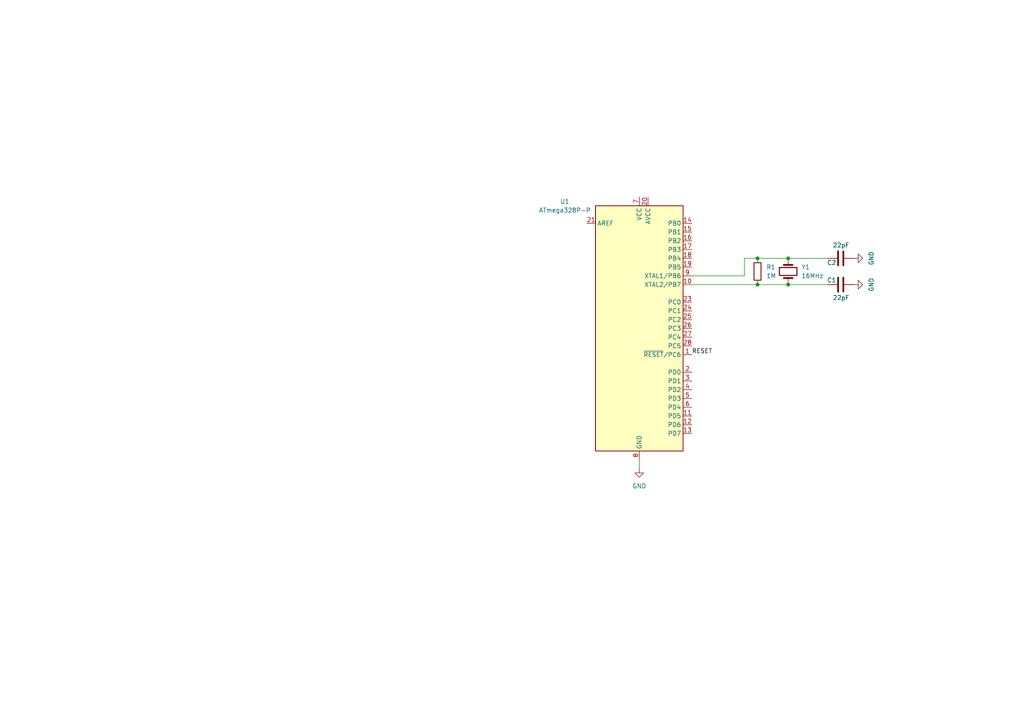
<source format=kicad_sch>
(kicad_sch (version 20231120) (generator "eeschema") (generator_version "8.0")
  (paper "A4")
  (lib_symbols
    (symbol "Device:C" (pin_numbers hide) (pin_names (offset 0.254))
      (property "Reference" "C" (at 0.635 2.54 0))
      (property "Value" "C" (at 0.635 -2.54 0))
      (symbol "C_0_1"
        (polyline (pts (xy -2.032 -0.762) (xy 2.032 -0.762)) (stroke (width 0.508)))
        (polyline (pts (xy -2.032 0.762) (xy 2.032 0.762)) (stroke (width 0.508)))
      )
      (symbol "C_1_1"
        (pin passive line (at 0 3.81 270) (length 2.794) (name "~") (number "1"))
        (pin passive line (at 0 -3.81 90) (length 2.794) (name "~") (number "2"))
      )
    )
    (symbol "Device:Crystal" (pin_numbers hide) (pin_names (offset 1.016) hide)
      (property "Reference" "Y" (at 0 3.81 0))
      (property "Value" "Crystal" (at 0 -3.81 0))
      (symbol "Crystal_0_1"
        (rectangle (start -1.143 2.54) (end 1.143 -2.54) (stroke (width 0.3048)))
        (polyline (pts (xy -2.54 0) (xy -1.905 0)))
        (polyline (pts (xy -1.905 -1.27) (xy -1.905 1.27)) (stroke (width 0.508)))
        (polyline (pts (xy 1.905 -1.27) (xy 1.905 1.27)) (stroke (width 0.508)))
        (polyline (pts (xy 2.54 0) (xy 1.905 0)))
      )
      (symbol "Crystal_1_1"
        (pin passive line (at -3.81 0 0) (length 1.27) (name "1") (number "1"))
        (pin passive line (at 3.81 0 180) (length 1.27) (name "2") (number "2"))
      )
    )
    (symbol "Device:R" (pin_numbers hide) (pin_names (offset 0))
      (property "Reference" "R" (at 2.032 0 90))
      (property "Value" "R" (at 0 0 90))
      (symbol "R_0_1"
        (rectangle (start -1.016 -2.54) (end 1.016 2.54) (stroke (width 0.254)))
      )
      (symbol "R_1_1"
        (pin passive line (at 0 3.81 270) (length 1.27) (name "~") (number "1"))
        (pin passive line (at 0 -3.81 90) (length 1.27) (name "~") (number "2"))
      )
    )
    (symbol "MCU_Microchip_ATmega:ATmega328P-P"
      (property "Reference" "U" (at -12.7 36.83 0))
      (property "Value" "ATmega328P-P" (at 2.54 -36.83 0))
      (symbol "ATmega328P-P_0_1"
        (rectangle (start -12.7 -35.56) (end 12.7 35.56) (stroke (width 0.254)) (fill (type background)))
      )
      (symbol "ATmega328P-P_1_1"
        (pin bidirectional line (at 15.24 -7.62 180) (length 2.54) (name "~{RESET}/PC6") (number "1"))
        (pin bidirectional line (at 15.24 12.7 180) (length 2.54) (name "XTAL2/PB7") (number "10"))
        (pin bidirectional line (at 15.24 -25.4 180) (length 2.54) (name "PD5") (number "11"))
        (pin bidirectional line (at 15.24 -27.94 180) (length 2.54) (name "PD6") (number "12"))
        (pin bidirectional line (at 15.24 -30.48 180) (length 2.54) (name "PD7") (number "13"))
        (pin bidirectional line (at 15.24 30.48 180) (length 2.54) (name "PB0") (number "14"))
        (pin bidirectional line (at 15.24 27.94 180) (length 2.54) (name "PB1") (number "15"))
        (pin bidirectional line (at 15.24 25.4 180) (length 2.54) (name "PB2") (number "16"))
        (pin bidirectional line (at 15.24 22.86 180) (length 2.54) (name "PB3") (number "17"))
        (pin bidirectional line (at 15.24 20.32 180) (length 2.54) (name "PB4") (number "18"))
        (pin bidirectional line (at 15.24 17.78 180) (length 2.54) (name "PB5") (number "19"))
        (pin bidirectional line (at 15.24 -12.7 180) (length 2.54) (name "PD0") (number "2"))
        (pin power_in line (at 2.54 38.1 270) (length 2.54) (name "AVCC") (number "20"))
        (pin passive line (at -15.24 30.48 0) (length 2.54) (name "AREF") (number "21"))
        (pin passive line (at 0 -38.1 90) (length 2.54) hide (name "GND") (number "22"))
        (pin bidirectional line (at 15.24 7.62 180) (length 2.54) (name "PC0") (number "23"))
        (pin bidirectional line (at 15.24 5.08 180) (length 2.54) (name "PC1") (number "24"))
        (pin bidirectional line (at 15.24 2.54 180) (length 2.54) (name "PC2") (number "25"))
        (pin bidirectional line (at 15.24 0 180) (length 2.54) (name "PC3") (number "26"))
        (pin bidirectional line (at 15.24 -2.54 180) (length 2.54) (name "PC4") (number "27"))
        (pin bidirectional line (at 15.24 -5.08 180) (length 2.54) (name "PC5") (number "28"))
        (pin bidirectional line (at 15.24 -15.24 180) (length 2.54) (name "PD1") (number "3"))
        (pin bidirectional line (at 15.24 -17.78 180) (length 2.54) (name "PD2") (number "4"))
        (pin bidirectional line (at 15.24 -20.32 180) (length 2.54) (name "PD3") (number "5"))
        (pin bidirectional line (at 15.24 -22.86 180) (length 2.54) (name "PD4") (number "6"))
        (pin power_in line (at 0 38.1 270) (length 2.54) (name "VCC") (number "7"))
        (pin power_in line (at 0 -38.1 90) (length 2.54) (name "GND") (number "8"))
        (pin bidirectional line (at 15.24 15.24 180) (length 2.54) (name "XTAL1/PB6") (number "9"))
      )
    )
    (symbol "power:GND" (power) (pin_numbers hide) (pin_names (offset 0) hide)
      (property "Value" "GND" (at 0 -3.81 0))
      (symbol "GND_0_1"
        (polyline (pts (xy 0 0) (xy 0 -1.27) (xy 1.27 -1.27) (xy 0 -2.54) (xy -1.27 -1.27) (xy 0 -1.27)))
      )
      (symbol "GND_1_1"
        (pin power_in line (at 0 0 270) (length 0) (name "~") (number "1"))
      )
    )
  )
  (junction (at 228.6 74.93))
  (junction (at 228.6 82.55))
  (junction (at 219.71 82.55))
  (junction (at 219.71 74.93))
  (wire (pts (xy 200.66 80.01) (xy 215.9 80.01)))
  (wire (pts (xy 228.6 82.55) (xy 240.03 82.55)))
  (wire (pts (xy 228.6 74.93) (xy 240.03 74.93)))
  (wire (pts (xy 185.42 133.35) (xy 185.42 135.89)))
  (wire (pts (xy 219.71 74.93) (xy 228.6 74.93)))
  (wire (pts (xy 215.9 80.01) (xy 215.9 74.93)))
  (wire (pts (xy 219.71 82.55) (xy 228.6 82.55)))
  (wire (pts (xy 215.9 74.93) (xy 219.71 74.93)))
  (wire (pts (xy 200.66 82.55) (xy 219.71 82.55)))
  (label "RESET" (at 200.66 102.87 0))
  (symbol (lib_id "Device:C") (at 243.84 74.93 90) (unit 1)
    (property "Reference" "C2" (at 242.57 76.2 90) (effects (justify left)))
    (property "Value" "22pF" (at 246.38 71.12 90) (effects (justify left)))
    (property "Description" "Unpolarized capacitor" (effects (hide yes)))
  )
  (symbol (lib_id "power:GND") (at 247.65 82.55 90) (unit 1)
    (property "Reference" "#PWR02" (effects (hide yes)))
    (property "Value" "GND" (at 252.73 82.55 0))
    (property "Description" "Power symbol creates a global label with name \"GND\" , ground" (effects (hide yes)))
  )
  (symbol (lib_id "power:GND") (at 185.42 135.89 0) (unit 1)
    (property "Reference" "#PWR01" (effects (hide yes)))
    (property "Value" "GND" (at 185.42 140.97 0))
    (property "Description" "Power symbol creates a global label with name \"GND\" , ground" (effects (hide yes)))
  )
  (symbol (lib_id "Device:C") (at 243.84 82.55 90) (unit 1)
    (property "Reference" "C1" (at 242.57 81.28 90) (effects (justify left)))
    (property "Value" "22pF" (at 246.38 86.36 90) (effects (justify left)))
    (property "Description" "Unpolarized capacitor" (effects (hide yes)))
  )
  (symbol (lib_id "power:GND") (at 247.65 74.93 90) (unit 1)
    (property "Reference" "#PWR03" (effects (hide yes)))
    (property "Value" "GND" (at 252.73 74.93 0))
    (property "Description" "Power symbol creates a global label with name \"GND\" , ground" (effects (hide yes)))
  )
  (symbol (lib_id "Device:R") (at 219.71 78.74 0) (unit 1)
    (property "Reference" "R1" (at 222.25 77.4699 0) (effects (justify left)))
    (property "Value" "1M" (at 222.25 80.0099 0) (effects (justify left)))
    (property "Description" "Resistor" (effects (hide yes)))
  )
  (symbol (lib_id "MCU_Microchip_ATmega:ATmega328P-P") (at 185.42 95.25 0) (unit 1)
    (property "Reference" "U1" (at 163.83 58.4514 0))
    (property "Value" "ATmega328P-P" (at 163.83 60.9914 0))
    (property "Footprint" "Package_DIP:DIP-28_W7.62mm" (effects (hide yes)))
    (property "Datasheet" "http://ww1.microchip.com/downloads/en/DeviceDoc/ATmega328_P%20AVR%20MCU%20with%20picoPower%20Technology%20Data%20Sheet%2040001984A.pdf" (effects (hide yes)))
    (property "Description" "20MHz, 32kB Flash, 2kB SRAM, 1kB EEPROM, DIP-28" (effects (hide yes)))
  )
  (symbol (lib_id "Device:Crystal") (at 228.6 78.74 90) (unit 1)
    (property "Reference" "Y1" (at 232.41 77.4699 90) (effects (justify right)))
    (property "Value" "16MHz" (at 232.41 80.0099 90) (effects (justify right)))
    (property "Description" "Two pin crystal" (effects (hide yes)))
  )
)
</source>
